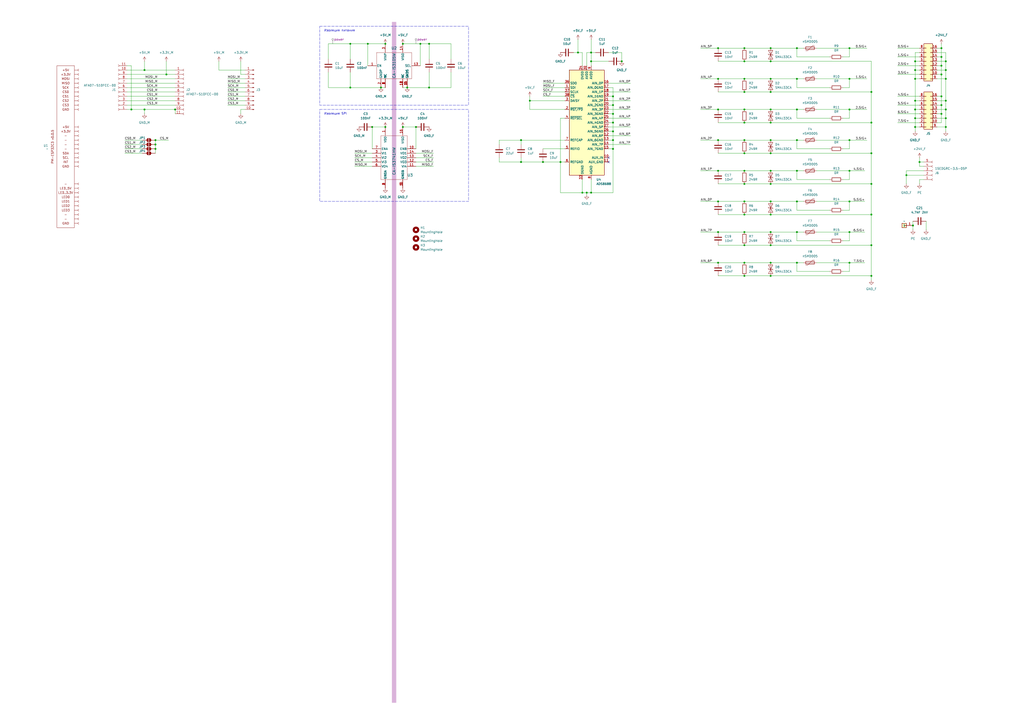
<source format=kicad_sch>
(kicad_sch (version 20231120) (generator "eeschema") (generator_version "8.0")
  (paper "A2")
  (title_block (title "${article} v${version}"))
  (junction (at 548.64 35.56))
  (junction (at 431.8 99.06))
  (junction (at 447.04 106.68))
  (junction (at 505.46 106.68))
  (junction (at 462.28 99.06))
  (junction (at 355.6 81.28))
  (junction (at 431.8 142.24))
  (junction (at 431.8 106.68))
  (junction (at 431.8 81.28))
  (junction (at 530.86 35.56))
  (junction (at 431.8 35.56))
  (junction (at 548.64 73.66))
  (junction (at 530.86 58.42))
  (junction (at 505.46 88.9))
  (junction (at 492.76 99.06))
  (junction (at 302.26 93.98))
  (junction (at 431.8 45.72))
  (junction (at 492.76 116.84))
  (junction (at 505.46 71.12))
  (junction (at 90.17 86.36))
  (junction (at 546.1 55.88))
  (junction (at 325.12 93.98))
  (junction (at 101.6 63.5))
  (junction (at 342.9 30.48))
  (junction (at 416.56 99.06))
  (junction (at 203.2 25.4))
  (junction (at 90.17 83.82))
  (junction (at 431.8 152.4))
  (junction (at 431.8 124.46))
  (junction (at 213.36 25.4))
  (junction (at 416.56 81.28))
  (junction (at 548.64 63.5))
  (junction (at 462.28 152.4))
  (junction (at 505.46 160.02))
  (junction (at 236.22 50.8))
  (junction (at 530.86 73.66))
  (junction (at 342.9 35.56))
  (junction (at 431.8 116.84))
  (junction (at 462.28 27.94))
  (junction (at 548.64 68.58))
  (junction (at 447.04 124.46))
  (junction (at 355.6 86.36))
  (junction (at 431.8 53.34))
  (junction (at 355.6 55.88))
  (junction (at 223.52 73.66))
  (junction (at 355.6 66.04))
  (junction (at 525.78 101.6))
  (junction (at 431.8 71.12))
  (junction (at 462.28 134.62))
  (junction (at 431.8 63.5))
  (junction (at 215.9 73.66))
  (junction (at 546.1 60.96))
  (junction (at 546.1 43.18))
  (junction (at 546.1 33.02))
  (junction (at 335.28 30.48))
  (junction (at 530.86 40.64))
  (junction (at 530.86 45.72))
  (junction (at 447.04 152.4))
  (junction (at 462.28 81.28))
  (junction (at 431.8 88.9))
  (junction (at 447.04 88.9))
  (junction (at 462.28 116.84))
  (junction (at 492.76 27.94))
  (junction (at 546.1 27.94))
  (junction (at 533.4 93.98))
  (junction (at 447.04 142.24))
  (junction (at 447.04 160.02))
  (junction (at 492.76 134.62))
  (junction (at 505.46 142.24))
  (junction (at 302.26 81.28))
  (junction (at 90.17 81.28))
  (junction (at 83.82 63.5))
  (junction (at 416.56 45.72))
  (junction (at 462.28 63.5))
  (junction (at 248.92 25.4))
  (junction (at 447.04 99.06))
  (junction (at 447.04 53.34))
  (junction (at 416.56 134.62))
  (junction (at 505.46 53.34))
  (junction (at 431.8 134.62))
  (junction (at 462.28 45.72))
  (junction (at 223.52 25.4))
  (junction (at 530.86 68.58))
  (junction (at 233.68 73.66))
  (junction (at 307.34 58.42))
  (junction (at 505.46 124.46))
  (junction (at 447.04 81.28))
  (junction (at 447.04 35.56))
  (junction (at 337.82 111.76))
  (junction (at 548.64 40.64))
  (junction (at 447.04 134.62))
  (junction (at 546.1 38.1))
  (junction (at 243.84 25.4))
  (junction (at 447.04 27.94))
  (junction (at 355.6 60.96))
  (junction (at 530.86 63.5))
  (junction (at 548.64 45.72))
  (junction (at 220.98 50.8))
  (junction (at 416.56 27.94))
  (junction (at 241.3 73.66))
  (junction (at 447.04 63.5))
  (junction (at 360.68 35.56))
  (junction (at 492.76 63.5))
  (junction (at 416.56 116.84))
  (junction (at 83.82 40.64))
  (junction (at 233.68 25.4))
  (junction (at 447.04 45.72))
  (junction (at 492.76 45.72))
  (junction (at 355.6 71.12))
  (junction (at 546.1 66.04))
  (junction (at 416.56 152.4))
  (junction (at 340.36 111.76))
  (junction (at 355.6 76.2))
  (junction (at 548.64 58.42))
  (junction (at 447.04 116.84))
  (junction (at 314.96 93.98))
  (junction (at 342.9 111.76))
  (junction (at 416.56 63.5))
  (junction (at 431.8 27.94))
  (junction (at 431.8 160.02))
  (junction (at 492.76 152.4))
  (junction (at 203.2 50.8))
  (junction (at 76.2 63.5))
  (junction (at 248.92 50.8))
  (junction (at 447.04 71.12))
  (junction (at 492.76 81.28))
  (junction (at 96.52 43.18))
  (junction (at 529.59 130.81))
  (no_connect (at 353.06 91.44))
  (no_connect (at 353.06 93.98))
  (wire (pts (xy 543.56 63.5) (xy 548.64 63.5)))
  (wire (pts (xy 406.4 134.62) (xy 416.56 134.62)))
  (wire (pts (xy 332.74 30.48) (xy 335.28 30.48)))
  (wire (pts (xy 261.62 34.29) (xy 261.62 25.4)))
  (wire (pts (xy 73.66 53.34) (xy 101.6 53.34)))
  (wire (pts (xy 462.28 104.14) (xy 462.28 99.06)))
  (wire (pts (xy 261.62 41.91) (xy 261.62 50.8)))
  (wire (pts (xy 307.34 63.5) (xy 307.34 58.42)))
  (wire (pts (xy 353.06 73.66) (xy 365.76 73.66)))
  (wire (pts (xy 447.04 81.28) (xy 462.28 81.28)))
  (wire (pts (xy 406.4 116.84) (xy 416.56 116.84)))
  (wire (pts (xy 447.04 99.06) (xy 462.28 99.06)))
  (wire (pts (xy 353.06 53.34) (xy 365.76 53.34)))
  (wire (pts (xy 533.4 60.96) (xy 520.7 60.96)))
  (wire (pts (xy 416.56 142.24) (xy 431.8 142.24)))
  (wire (pts (xy 139.7 63.5) (xy 139.7 66.04)))
  (wire (pts (xy 215.9 91.44) (xy 205.74 91.44)))
  (wire (pts (xy 543.56 58.42) (xy 548.64 58.42)))
  (wire (pts (xy 325.12 68.58) (xy 327.66 68.58)))
  (wire (pts (xy 431.8 134.62) (xy 447.04 134.62)))
  (wire (pts (xy 233.68 50.8) (xy 236.22 50.8)))
  (wire (pts (xy 462.28 86.36) (xy 481.33 86.36)))
  (wire (pts (xy 535.94 93.98) (xy 533.4 93.98)))
  (wire (pts (xy 406.4 99.06) (xy 416.56 99.06)))
  (wire (pts (xy 355.6 60.96) (xy 355.6 66.04)))
  (wire (pts (xy 406.4 152.4) (xy 416.56 152.4)))
  (wire (pts (xy 431.8 142.24) (xy 447.04 142.24)))
  (wire (pts (xy 543.56 43.18) (xy 546.1 43.18)))
  (wire (pts (xy 289.56 81.28) (xy 302.26 81.28)))
  (wire (pts (xy 416.56 35.56) (xy 431.8 35.56)))
  (wire (pts (xy 248.92 50.8) (xy 236.22 50.8)))
  (wire (pts (xy 447.04 88.9) (xy 505.46 88.9)))
  (wire (pts (xy 353.06 78.74) (xy 365.76 78.74)))
  (wire (pts (xy 543.56 71.12) (xy 546.1 71.12)))
  (wire (pts (xy 353.06 30.48) (xy 360.68 30.48)))
  (wire (pts (xy 546.1 25.4) (xy 546.1 27.94)))
  (wire (pts (xy 543.56 38.1) (xy 546.1 38.1)))
  (wire (pts (xy 473.71 81.28) (xy 492.76 81.28)))
  (wire (pts (xy 355.6 111.76) (xy 342.9 111.76)))
  (wire (pts (xy 342.9 35.56) (xy 353.06 35.56)))
  (wire (pts (xy 90.17 86.36) (xy 90.17 88.9)))
  (wire (pts (xy 530.86 30.48) (xy 530.86 35.56)))
  (wire (pts (xy 447.04 35.56) (xy 505.46 35.56)))
  (wire (pts (xy 76.2 63.5) (xy 83.82 63.5)))
  (wire (pts (xy 325.12 93.98) (xy 327.66 93.98)))
  (wire (pts (xy 416.56 99.06) (xy 431.8 99.06)))
  (wire (pts (xy 302.26 91.44) (xy 302.26 93.98)))
  (wire (pts (xy 215.9 96.52) (xy 205.74 96.52)))
  (wire (pts (xy 203.2 50.8) (xy 220.98 50.8)))
  (wire (pts (xy 353.06 83.82) (xy 365.76 83.82)))
  (wire (pts (xy 431.8 81.28) (xy 447.04 81.28)))
  (wire (pts (xy 139.7 43.18) (xy 142.24 43.18)))
  (wire (pts (xy 213.36 38.1) (xy 213.36 25.4)))
  (wire (pts (xy 355.6 66.04) (xy 355.6 71.12)))
  (wire (pts (xy 406.4 27.94) (xy 416.56 27.94)))
  (wire (pts (xy 530.86 45.72) (xy 530.86 58.42)))
  (wire (pts (xy 447.04 116.84) (xy 462.28 116.84)))
  (wire (pts (xy 473.71 45.72) (xy 492.76 45.72)))
  (wire (pts (xy 548.64 35.56) (xy 548.64 40.64)))
  (wire (pts (xy 83.82 40.64) (xy 73.66 40.64)))
  (wire (pts (xy 353.06 50.8) (xy 355.6 50.8)))
  (wire (pts (xy 447.04 63.5) (xy 462.28 63.5)))
  (wire (pts (xy 488.95 157.48) (xy 492.76 157.48)))
  (wire (pts (xy 73.66 48.26) (xy 101.6 48.26)))
  (wire (pts (xy 241.3 73.66) (xy 241.3 86.36)))
  (wire (pts (xy 462.28 33.02) (xy 481.33 33.02)))
  (wire (pts (xy 492.76 99.06) (xy 501.65 99.06)))
  (wire (pts (xy 447.04 124.46) (xy 505.46 124.46)))
  (wire (pts (xy 132.08 50.8) (xy 142.24 50.8)))
  (wire (pts (xy 546.1 43.18) (xy 546.1 55.88)))
  (wire (pts (xy 73.66 63.5) (xy 76.2 63.5)))
  (wire (pts (xy 525.78 101.6) (xy 525.78 106.68)))
  (wire (pts (xy 72.39 86.36) (xy 82.55 86.36)))
  (wire (pts (xy 543.56 66.04) (xy 546.1 66.04)))
  (wire (pts (xy 431.8 99.06) (xy 447.04 99.06)))
  (wire (pts (xy 353.06 58.42) (xy 365.76 58.42)))
  (wire (pts (xy 546.1 33.02) (xy 546.1 27.94)))
  (wire (pts (xy 90.17 81.28) (xy 97.79 81.28)))
  (wire (pts (xy 215.9 73.66) (xy 223.52 73.66)))
  (wire (pts (xy 535.94 104.14) (xy 533.4 104.14)))
  (wire (pts (xy 203.2 34.29) (xy 203.2 25.4)))
  (wire (pts (xy 530.86 73.66) (xy 533.4 73.66)))
  (wire (pts (xy 462.28 63.5) (xy 466.09 63.5)))
  (wire (pts (xy 83.82 63.5) (xy 101.6 63.5)))
  (wire (pts (xy 505.46 160.02) (xy 505.46 142.24)))
  (wire (pts (xy 132.08 60.96) (xy 142.24 60.96)))
  (wire (pts (xy 530.86 30.48) (xy 533.4 30.48)))
  (wire (pts (xy 342.9 22.86) (xy 342.9 30.48)))
  (wire (pts (xy 353.06 76.2) (xy 355.6 76.2)))
  (wire (pts (xy 535.94 96.52) (xy 533.4 96.52)))
  (wire (pts (xy 505.46 142.24) (xy 447.04 142.24)))
  (wire (pts (xy 462.28 86.36) (xy 462.28 81.28)))
  (wire (pts (xy 492.76 45.72) (xy 502.92 45.72)))
  (wire (pts (xy 340.36 111.76) (xy 340.36 113.03)))
  (wire (pts (xy 215.9 88.9) (xy 205.74 88.9)))
  (wire (pts (xy 73.66 50.8) (xy 101.6 50.8)))
  (wire (pts (xy 492.76 68.58) (xy 492.76 63.5)))
  (wire (pts (xy 76.2 38.1) (xy 76.2 63.5)))
  (wire (pts (xy 488.95 86.36) (xy 492.76 86.36)))
  (wire (pts (xy 241.3 88.9) (xy 251.46 88.9)))
  (wire (pts (xy 462.28 134.62) (xy 466.09 134.62)))
  (wire (pts (xy 233.68 73.66) (xy 241.3 73.66)))
  (wire (pts (xy 473.71 63.5) (xy 492.76 63.5)))
  (wire (pts (xy 533.4 66.04) (xy 520.7 66.04)))
  (wire (pts (xy 462.28 50.8) (xy 481.33 50.8)))
  (wire (pts (xy 431.8 116.84) (xy 447.04 116.84)))
  (wire (pts (xy 543.56 45.72) (xy 548.64 45.72)))
  (wire (pts (xy 416.56 53.34) (xy 431.8 53.34)))
  (wire (pts (xy 505.46 162.56) (xy 505.46 160.02)))
  (wire (pts (xy 447.04 152.4) (xy 462.28 152.4)))
  (wire (pts (xy 416.56 45.72) (xy 431.8 45.72)))
  (wire (pts (xy 96.52 35.56) (xy 96.52 43.18)))
  (wire (pts (xy 533.4 104.14) (xy 533.4 106.68)))
  (wire (pts (xy 289.56 93.98) (xy 302.26 93.98)))
  (wire (pts (xy 416.56 81.28) (xy 431.8 81.28)))
  (wire (pts (xy 520.7 38.1) (xy 533.4 38.1)))
  (wire (pts (xy 132.08 55.88) (xy 142.24 55.88)))
  (wire (pts (xy 546.1 66.04) (xy 546.1 60.96)))
  (wire (pts (xy 492.76 86.36) (xy 492.76 81.28)))
  (wire (pts (xy 203.2 25.4) (xy 213.36 25.4)))
  (wire (pts (xy 72.39 83.82) (xy 82.55 83.82)))
  (wire (pts (xy 473.71 99.06) (xy 492.76 99.06)))
  (wire (pts (xy 325.12 93.98) (xy 325.12 111.76)))
  (wire (pts (xy 530.86 45.72) (xy 533.4 45.72)))
  (wire (pts (xy 548.64 40.64) (xy 548.64 45.72)))
  (wire (pts (xy 241.3 91.44) (xy 251.46 91.44)))
  (wire (pts (xy 406.4 45.72) (xy 416.56 45.72)))
  (wire (pts (xy 90.17 81.28) (xy 90.17 83.82)))
  (wire (pts (xy 447.04 45.72) (xy 462.28 45.72)))
  (wire (pts (xy 473.71 27.94) (xy 492.76 27.94)))
  (wire (pts (xy 492.76 152.4) (xy 501.65 152.4)))
  (wire (pts (xy 220.98 50.8) (xy 223.52 50.8)))
  (wire (pts (xy 342.9 30.48) (xy 345.44 30.48)))
  (wire (pts (xy 416.56 116.84) (xy 431.8 116.84)))
  (wire (pts (xy 447.04 27.94) (xy 462.28 27.94)))
  (wire (pts (xy 72.39 81.28) (xy 82.55 81.28)))
  (wire (pts (xy 492.76 139.7) (xy 492.76 134.62)))
  (wire (pts (xy 462.28 121.92) (xy 462.28 116.84)))
  (wire (pts (xy 530.86 68.58) (xy 530.86 73.66)))
  (wire (pts (xy 548.64 45.72) (xy 548.64 58.42)))
  (wire (pts (xy 525.78 99.06) (xy 525.78 101.6)))
  (wire (pts (xy 548.64 63.5) (xy 548.64 68.58)))
  (wire (pts (xy 416.56 106.68) (xy 431.8 106.68)))
  (wire (pts (xy 314.96 53.34) (xy 327.66 53.34)))
  (wire (pts (xy 535.94 99.06) (xy 525.78 99.06)))
  (wire (pts (xy 360.68 30.48) (xy 360.68 35.56)))
  (wire (pts (xy 203.2 41.91) (xy 203.2 50.8)))
  (wire (pts (xy 548.64 58.42) (xy 548.64 63.5)))
  (wire (pts (xy 492.76 157.48) (xy 492.76 152.4)))
  (wire (pts (xy 406.4 81.28) (xy 416.56 81.28)))
  (wire (pts (xy 101.6 63.5) (xy 101.6 66.04)))
  (wire (pts (xy 307.34 63.5) (xy 327.66 63.5)))
  (wire (pts (xy 73.66 60.96) (xy 101.6 60.96)))
  (wire (pts (xy 462.28 104.14) (xy 481.33 104.14)))
  (wire (pts (xy 543.56 35.56) (xy 548.64 35.56)))
  (wire (pts (xy 462.28 27.94) (xy 466.09 27.94)))
  (wire (pts (xy 505.46 53.34) (xy 505.46 71.12)))
  (wire (pts (xy 83.82 63.5) (xy 83.82 66.04)))
  (wire (pts (xy 505.46 88.9) (xy 505.46 106.68)))
  (wire (pts (xy 530.86 35.56) (xy 533.4 35.56)))
  (wire (pts (xy 302.26 81.28) (xy 302.26 83.82)))
  (wire (pts (xy 314.96 50.8) (xy 327.66 50.8)))
  (wire (pts (xy 462.28 50.8) (xy 462.28 45.72)))
  (wire (pts (xy 190.5 50.8) (xy 203.2 50.8)))
  (wire (pts (xy 543.56 60.96) (xy 546.1 60.96)))
  (wire (pts (xy 355.6 71.12) (xy 355.6 76.2)))
  (wire (pts (xy 447.04 106.68) (xy 505.46 106.68)))
  (wire (pts (xy 492.76 50.8) (xy 492.76 45.72)))
  (wire (pts (xy 314.96 86.36) (xy 327.66 86.36)))
  (wire (pts (xy 314.96 93.98) (xy 325.12 93.98)))
  (wire (pts (xy 505.46 106.68) (xy 505.46 124.46)))
  (wire (pts (xy 462.28 68.58) (xy 481.33 68.58)))
  (wire (pts (xy 353.06 71.12) (xy 355.6 71.12)))
  (wire (pts (xy 215.9 86.36) (xy 215.9 73.66)))
  (wire (pts (xy 142.24 63.5) (xy 139.7 63.5)))
  (wire (pts (xy 447.04 71.12) (xy 505.46 71.12)))
  (wire (pts (xy 353.06 55.88) (xy 355.6 55.88)))
  (wire (pts (xy 416.56 124.46) (xy 431.8 124.46)))
  (wire (pts (xy 520.7 27.94) (xy 533.4 27.94)))
  (wire (pts (xy 353.06 66.04) (xy 355.6 66.04)))
  (wire (pts (xy 462.28 157.48) (xy 481.33 157.48)))
  (wire (pts (xy 462.28 139.7) (xy 481.33 139.7)))
  (wire (pts (xy 127 35.56) (xy 127 40.64)))
  (wire (pts (xy 462.28 81.28) (xy 466.09 81.28)))
  (wire (pts (xy 462.28 121.92) (xy 481.33 121.92)))
  (wire (pts (xy 73.66 38.1) (xy 76.2 38.1)))
  (wire (pts (xy 73.66 58.42) (xy 101.6 58.42)))
  (wire (pts (xy 546.1 38.1) (xy 546.1 33.02)))
  (wire (pts (xy 431.8 106.68) (xy 447.04 106.68)))
  (wire (pts (xy 543.56 68.58) (xy 548.64 68.58)))
  (wire (pts (xy 335.28 22.86) (xy 335.28 30.48)))
  (wire (pts (xy 530.86 35.56) (xy 530.86 40.64)))
  (wire (pts (xy 505.46 35.56) (xy 505.46 53.34)))
  (wire (pts (xy 473.71 134.62) (xy 492.76 134.62)))
  (wire (pts (xy 492.76 63.5) (xy 502.92 63.5)))
  (wire (pts (xy 353.06 60.96) (xy 355.6 60.96)))
  (wire (pts (xy 447.04 53.34) (xy 505.46 53.34)))
  (wire (pts (xy 248.92 41.91) (xy 248.92 50.8)))
  (wire (pts (xy 243.84 25.4) (xy 233.68 25.4)))
  (wire (pts (xy 416.56 27.94) (xy 431.8 27.94)))
  (wire (pts (xy 525.78 101.6) (xy 535.94 101.6)))
  (wire (pts (xy 337.82 104.14) (xy 337.82 111.76)))
  (wire (pts (xy 90.17 83.82) (xy 90.17 86.36)))
  (wire (pts (xy 548.64 68.58) (xy 548.64 73.66)))
  (wire (pts (xy 520.7 33.02) (xy 533.4 33.02)))
  (wire (pts (xy 462.28 139.7) (xy 462.28 134.62)))
  (wire (pts (xy 72.39 88.9) (xy 82.55 88.9)))
  (wire (pts (xy 355.6 76.2) (xy 355.6 81.28)))
  (wire (pts (xy 416.56 152.4) (xy 431.8 152.4)))
  (wire (pts (xy 342.9 30.48) (xy 342.9 35.56)))
  (wire (pts (xy 488.95 104.14) (xy 492.76 104.14)))
  (wire (pts (xy 431.8 124.46) (xy 447.04 124.46)))
  (wire (pts (xy 241.3 96.52) (xy 251.46 96.52)))
  (wire (pts (xy 83.82 35.56) (xy 83.82 40.64)))
  (wire (pts (xy 530.86 58.42) (xy 533.4 58.42)))
  (wire (pts (xy 530.86 68.58) (xy 533.4 68.58)))
  (wire (pts (xy 431.8 63.5) (xy 447.04 63.5)))
  (wire (pts (xy 431.8 35.56) (xy 447.04 35.56)))
  (wire (pts (xy 96.52 43.18) (xy 73.66 43.18)))
  (wire (pts (xy 314.96 48.26) (xy 327.66 48.26)))
  (wire (pts (xy 355.6 50.8) (xy 355.6 55.88)))
  (wire (pts (xy 213.36 25.4) (xy 223.52 25.4)))
  (wire (pts (xy 473.71 152.4) (xy 492.76 152.4)))
  (wire (pts (xy 492.76 81.28) (xy 502.92 81.28)))
  (wire (pts (xy 261.62 50.8) (xy 248.92 50.8)))
  (wire (pts (xy 447.04 134.62) (xy 462.28 134.62)))
  (wire (pts (xy 342.9 111.76) (xy 340.36 111.76)))
  (wire (pts (xy 462.28 68.58) (xy 462.28 63.5)))
  (wire (pts (xy 132.08 53.34) (xy 142.24 53.34)))
  (wire (pts (xy 355.6 81.28) (xy 355.6 86.36)))
  (wire (pts (xy 548.64 30.48) (xy 548.64 35.56)))
  (wire (pts (xy 492.76 33.02) (xy 492.76 27.94)))
  (wire (pts (xy 73.66 55.88) (xy 101.6 55.88)))
  (wire (pts (xy 543.56 40.64) (xy 548.64 40.64)))
  (wire (pts (xy 127 40.64) (xy 142.24 40.64)))
  (wire (pts (xy 520.7 43.18) (xy 533.4 43.18)))
  (wire (pts (xy 473.71 116.84) (xy 492.76 116.84)))
  (wire (pts (xy 353.06 86.36) (xy 355.6 86.36)))
  (wire (pts (xy 243.84 38.1) (xy 243.84 25.4)))
  (wire (pts (xy 307.34 55.88) (xy 307.34 58.42)))
  (wire (pts (xy 488.95 139.7) (xy 492.76 139.7)))
  (wire (pts (xy 462.28 116.84) (xy 466.09 116.84)))
  (wire (pts (xy 488.95 121.92) (xy 492.76 121.92)))
  (wire (pts (xy 431.8 45.72) (xy 447.04 45.72)))
  (wire (pts (xy 543.56 33.02) (xy 546.1 33.02)))
  (wire (pts (xy 533.4 93.98) (xy 533.4 91.44)))
  (wire (pts (xy 530.86 63.5) (xy 530.86 68.58)))
  (wire (pts (xy 546.1 60.96) (xy 546.1 55.88)))
  (wire (pts (xy 520.7 55.88) (xy 533.4 55.88)))
  (wire (pts (xy 355.6 55.88) (xy 355.6 60.96)))
  (wire (pts (xy 132.08 48.26) (xy 142.24 48.26)))
  (wire (pts (xy 505.46 124.46) (xy 505.46 142.24)))
  (wire (pts (xy 190.5 41.91) (xy 190.5 50.8)))
  (wire (pts (xy 302.26 93.98) (xy 314.96 93.98)))
  (wire (pts (xy 530.86 40.64) (xy 530.86 45.72)))
  (wire (pts (xy 529.59 130.81) (xy 529.59 133.35)))
  (wire (pts (xy 353.06 63.5) (xy 365.76 63.5)))
  (wire (pts (xy 431.8 88.9) (xy 447.04 88.9)))
  (wire (pts (xy 546.1 43.18) (xy 546.1 38.1)))
  (wire (pts (xy 248.92 34.29) (xy 248.92 25.4)))
  (wire (pts (xy 492.76 134.62) (xy 501.65 134.62)))
  (wire (pts (xy 431.8 27.94) (xy 447.04 27.94)))
  (wire (pts (xy 325.12 68.58) (xy 325.12 93.98)))
  (wire (pts (xy 139.7 35.56) (xy 139.7 43.18)))
  (wire (pts (xy 248.92 25.4) (xy 243.84 25.4)))
  (wire (pts (xy 548.64 73.66) (xy 548.64 76.2)))
  (wire (pts (xy 537.21 128.27) (xy 537.21 133.35)))
  (wire (pts (xy 492.76 27.94) (xy 502.92 27.94)))
  (wire (pts (xy 431.8 160.02) (xy 447.04 160.02)))
  (wire (pts (xy 488.95 68.58) (xy 492.76 68.58)))
  (wire (pts (xy 488.95 33.02) (xy 492.76 33.02)))
  (wire (pts (xy 215.9 93.98) (xy 205.74 93.98)))
  (wire (pts (xy 530.86 58.42) (xy 530.86 63.5)))
  (wire (pts (xy 241.3 93.98) (xy 251.46 93.98)))
  (wire (pts (xy 261.62 25.4) (xy 248.92 25.4)))
  (wire (pts (xy 335.28 30.48) (xy 337.82 30.48)))
  (wire (pts (xy 340.36 38.1) (xy 340.36 30.48)))
  (wire (pts (xy 462.28 33.02) (xy 462.28 27.94)))
  (wire (pts (xy 289.56 91.44) (xy 289.56 93.98)))
  (wire (pts (xy 73.66 45.72) (xy 101.6 45.72)))
  (wire (pts (xy 529.59 128.27) (xy 529.59 130.81)))
  (wire (pts (xy 543.56 73.66) (xy 548.64 73.66)))
  (wire (pts (xy 342.9 30.48) (xy 340.36 30.48)))
  (wire (pts (xy 416.56 63.5) (xy 431.8 63.5)))
  (wire (pts (xy 546.1 27.94) (xy 543.56 27.94)))
  (wire (pts (xy 462.28 157.48) (xy 462.28 152.4)))
  (wire (pts (xy 132.08 58.42) (xy 142.24 58.42)))
  (wire (pts (xy 416.56 88.9) (xy 431.8 88.9)))
  (wire (pts (xy 462.28 99.06) (xy 466.09 99.06)))
  (wire (pts (xy 431.8 53.34) (xy 447.04 53.34)))
  (wire (pts (xy 416.56 134.62) (xy 431.8 134.62)))
  (wire (pts (xy 462.28 152.4) (xy 466.09 152.4)))
  (wire (pts (xy 431.8 152.4) (xy 447.04 152.4)))
  (wire (pts (xy 462.28 45.72) (xy 466.09 45.72)))
  (wire (pts (xy 492.76 116.84) (xy 501.65 116.84)))
  (wire (pts (xy 342.9 104.14) (xy 342.9 111.76)))
  (wire (pts (xy 337.82 111.76) (xy 325.12 111.76)))
  (wire (pts (xy 353.06 68.58) (xy 365.76 68.58)))
  (wire (pts (xy 530.86 73.66) (xy 530.86 76.2)))
  (wire (pts (xy 289.56 81.28) (xy 289.56 83.82)))
  (wire (pts (xy 132.08 45.72) (xy 142.24 45.72)))
  (wire (pts (xy 340.36 111.76) (xy 337.82 111.76)))
  (wire (pts (xy 83.82 40.64) (xy 101.6 40.64)))
  (wire (pts (xy 543.56 30.48) (xy 548.64 30.48)))
  (wire (pts (xy 416.56 71.12) (xy 431.8 71.12)))
  (wire (pts (xy 307.34 58.42) (xy 327.66 58.42)))
  (wire (pts (xy 406.4 63.5) (xy 416.56 63.5)))
  (wire (pts (xy 355.6 86.36) (xy 355.6 111.76)))
  (wire (pts (xy 353.06 48.26) (xy 365.76 48.26)))
  (wire (pts (xy 530.86 40.64) (xy 533.4 40.64)))
  (wire (pts (xy 492.76 104.14) (xy 492.76 99.06)))
  (wire (pts (xy 342.9 38.1) (xy 342.9 35.56)))
  (wire (pts (xy 543.56 55.88) (xy 546.1 55.88)))
  (wire (pts (xy 492.76 121.92) (xy 492.76 116.84)))
  (wire (pts (xy 488.95 50.8) (xy 492.76 50.8)))
  (wire (pts (xy 302.26 81.28) (xy 327.66 81.28)))
  (wire (pts (xy 314.96 55.88) (xy 327.66 55.88)))
  (wire (pts (xy 533.4 96.52) (xy 533.4 93.98)))
  (wire (pts (xy 416.56 160.02) (xy 431.8 160.02)))
  (wire (pts (xy 447.04 160.02) (xy 505.46 160.02)))
  (wire (pts (xy 353.06 81.28) (xy 355.6 81.28)))
  (wire (pts (xy 505.46 71.12) (xy 505.46 88.9)))
  (wire (pts (xy 530.86 63.5) (xy 533.4 63.5)))
  (wire (pts (xy 533.4 71.12) (xy 520.7 71.12)))
  (wire (pts (xy 190.5 34.29) (xy 190.5 25.4)))
  (wire (pts (xy 546.1 71.12) (xy 546.1 66.04)))
  (wire (pts (xy 431.8 71.12) (xy 447.04 71.12)))
  (wire (pts (xy 190.5 25.4) (xy 203.2 25.4)))
  (wire (pts (xy 96.52 43.18) (xy 101.6 43.18)))
  (wire (pts (xy 337.82 30.48) (xy 337.82 38.1)))
  (rectangle (start 185.42 63.5) (end 271.78 116.84) (stroke (width 0) (type dash)))
  (rectangle (start 185.42 15.24) (end 271.78 60.96) (stroke (width 0) (type dash)))
  (rectangle (start 227.33 12.7) (end 229.87 407.67) (stroke (width -0.0001) (type dot) (color 72 0 0 0.68)) (fill (type color) (color 132 0 132 0.3)))
  (text "Изоляция SPI" (at 187.96 66.04 0) (effects (font (size 1.27 1.27)) (justify left)))
  (text "Изоляция питания" (at 187.96 17.78 0) (effects (font (size 1.27 1.27)) (justify left)))
  (label "2.SIG+" (at 520.7 38.1 0))
  (label "4.SIG+" (at 501.65 99.06 180))
  (label "CS_M" (at 97.79 81.28 180))
  (label "MOSI_M" (at 91.44 45.72 180))
  (label "CS3_M" (at 91.44 60.96 180))
  (label "CS1_M" (at 91.44 55.88 180))
  (label "SCK_F" (at 314.96 53.34 0))
  (label "AIN_1P" (at 365.76 53.34 180))
  (label "AIN_0P" (at 365.76 48.26 180))
  (label "1.SIG+" (at 502.92 45.72 180))
  (label "SCK_F" (at 251.46 91.44 180))
  (label "AIN_6P" (at 406.4 152.4 0))
  (label "MISO_F" (at 314.96 48.26 0))
  (label "CS2_M" (at 132.08 58.42 0))
  (label "SCK_M" (at 205.74 91.44 0))
  (label "SCK_M" (at 132.08 50.8 0))
  (label "CS0_M" (at 91.44 53.34 180))
  (label "CS1_M" (at 72.39 83.82 0))
  (label "AIN_1P" (at 406.4 99.06 0))
  (label "AIN_7P" (at 406.4 134.62 0))
  (label "AIN_3P" (at 365.76 63.5 180))
  (label "MISO_M" (at 132.08 48.26 0))
  (label "AIN_2P" (at 406.4 81.28 0))
  (label "5.SIG+" (at 520.7 60.96 0))
  (label "0.SIG+" (at 502.92 27.94 180))
  (label "MISO_M" (at 205.74 96.52 0))
  (label "AIN_4P" (at 365.76 68.58 180))
  (label "CS2_M" (at 72.39 86.36 0))
  (label "MISO_M" (at 91.44 48.26 180))
  (label "6.SIG+" (at 520.7 66.04 0))
  (label "AIN_2P" (at 365.76 58.42 180))
  (label "CS1_M" (at 132.08 55.88 0))
  (label "CS0_M" (at 72.39 81.28 0))
  (label "MOSI_M" (at 205.74 88.9 0))
  (label "5.SIG+" (at 501.65 116.84 180))
  (label "3.SIG+" (at 520.7 43.18 0))
  (label "MOSI_F" (at 251.46 88.9 180))
  (label "6.SIG+" (at 501.65 134.62 180))
  (label "AIN_7P" (at 365.76 83.82 180))
  (label "MISO_F" (at 251.46 96.52 180))
  (label "AIN_5P" (at 406.4 27.94 0))
  (label "MOSI_F" (at 314.96 50.8 0))
  (label "AIN_6P" (at 365.76 78.74 180))
  (label "7.SIG+" (at 501.65 152.4 180))
  (label "7.SIG+" (at 520.7 71.12 0))
  (label "CS3_M" (at 72.39 88.9 0))
  (label "4.SIG+" (at 520.7 55.88 0))
  (label "1.SIG+" (at 520.7 33.02 0))
  (label "CS_M" (at 205.74 93.98 0))
  (label "CS3_M" (at 132.08 60.96 0))
  (label "SCK_M" (at 91.44 50.8 180))
  (label "AIN_0P" (at 406.4 116.84 0))
  (label "MOSI_M" (at 132.08 45.72 0))
  (label "3.SIG+" (at 502.92 81.28 180))
  (label "2.SIG+" (at 502.92 63.5 180))
  (label "AIN_5P" (at 365.76 73.66 180))
  (label "0.SIG+" (at 520.7 27.94 0))
  (label "CS2_M" (at 91.44 58.42 180))
  (label "CS_F" (at 314.96 55.88 0))
  (label "AIN_4P" (at 406.4 45.72 0))
  (label "CS0_M" (at 132.08 53.34 0))
  (label "CS_F" (at 251.46 93.98 180))
  (label "AIN_3P" (at 406.4 63.5 0))
  (netclass_flag "" (length 2.54) (shape round) (at 193.04 25.4 0) (property "Netclass" "power" (at 193.7385 22.86 0) (effects (font (italic yes)) (justify left))))
  (netclass_flag "" (length 2.54) (shape round) (at 241.3 25.4 0) (property "Netclass" "power" (at 241.9985 22.86 0) (effects (font (italic yes)) (justify left))))
  (symbol (lib_id "power:+5V") (at 307.34 55.88 0) (unit 1)
    (property "Reference" "#PWR017" (effects (hide yes)))
    (property "Value" "+5V_F" (at 307.34 50.8 0))
    (property "Description" "Power symbol creates a global label with name \"+5V\"" (effects (hide yes)))
  )
  (symbol (lib_id "kicad_inventree_lib:PE") (at 524.51 130.81 180) (unit 1) (in_bom no)
    (property "Reference" "D9" (effects (hide yes)))
    (property "Value" "~" (at 524.51 128.27 0))
    (property "Footprint" "kicad_inventree_lib:PE" (effects (hide yes)))
  )
  (symbol (lib_id "kicad_inventree_lib:SMAJ33CA") (at 447.04 31.75 90) (unit 1)
    (property "Reference" "D1" (at 449.58 30.4799 90) (effects (justify right)))
    (property "Value" "SMAJ33CA" (at 449.58 33.0199 90) (effects (justify right)))
    (property "Footprint" "kicad_inventree_lib:SMASeries_LTF-M" (effects (hide yes)))
    (property "Datasheet" "http://inventree.network/part/123/" (effects (hide yes)))
    (property "Description" "7.5A 400W 53.3V 40.6V 33V SMA(DO-214AC) ESD and Surge Protection (TVS/ESD)" (effects (hide yes)))
    (property "part_ipn" "SMAJ33CA" (effects (hide yes)))
  )
  (symbol (lib_id "kicad_inventree_lib:C_100nF_16V_0603_MLCC-X7R") (at 245.11 73.66 90) (unit 1)
    (property "Reference" "C4" (at 245.11 66.04 90))
    (property "Value" "100nF" (at 245.11 68.58 90))
    (property "Footprint" "Capacitor_SMD:C_0603_1608Metric" (effects (hide yes)))
    (property "Datasheet" "http://inventree.network/part/221" (effects (hide yes)))
    (property "Description" "Unpolarized capacitor" (effects (hide yes)))
    (property "part_ipn" "C_100nF_16V_0603_MLCC-X7R" (effects (hide yes)))
  )
  (symbol (lib_id "kicad_inventree_lib:nSMD005") (at 469.9 45.72 90) (unit 1)
    (property "Reference" "F2" (at 469.9 39.37 90))
    (property "Value" "nSMD005" (at 469.9 41.91 90))
    (property "Footprint" "Fuse:Fuse_1206_3216Metric" (effects (hide yes)))
    (property "Datasheet" "http://inventree.network/part/267/" (effects (hide yes)))
    (property "Description" "Resettable fuse, polymeric positive temperature coefficient" (effects (hide yes)))
    (property "part_ipn" "nSMD005" (effects (hide yes)))
  )
  (symbol (lib_id "power:GND") (at 530.86 76.2 0) (unit 1)
    (property "Reference" "#PWR026" (effects (hide yes)))
    (property "Value" "GND_F" (at 530.86 81.28 0))
    (property "Description" "Power symbol creates a global label with name \"GND\" , ground" (effects (hide yes)))
  )
  (symbol (lib_id "kicad_inventree_lib:R_249R_1206_0.1%_25ppm") (at 431.8 138.43 0) (unit 1)
    (property "Reference" "R7" (at 434.34 137.1599 0) (effects (justify left)))
    (property "Value" "249R" (at 434.34 139.6999 0) (effects (justify left)))
    (property "Footprint" "Resistor_SMD:R_1206_3216Metric" (effects (hide yes)))
    (property "Datasheet" "http://inventree.network/part/269/" (effects (hide yes)))
    (property "Description" "Resistor" (effects (hide yes)))
    (property "part_ipn" "R_249R_1206_0.1%_25ppm " (effects (hide yes)))
  )
  (symbol (lib_id "power:GND") (at 505.46 162.56 0) (unit 1)
    (property "Reference" "#PWR023" (effects (hide yes)))
    (property "Value" "GND_F" (at 505.46 167.64 0))
    (property "Description" "Power symbol creates a global label with name \"GND\" , ground" (effects (hide yes)))
  )
  (symbol (lib_id "kicad_inventree_lib: C_1uF_16V_0603_MLCC-X7R ") (at 356.87 35.56 90) (unit 1)
    (property "Reference" "C12" (at 356.87 27.94 90))
    (property "Value" "1uF" (at 356.87 30.48 90))
    (property "Footprint" "Capacitor_SMD:C_0603_1608Metric" (effects (hide yes)))
    (property "Datasheet" "http://inventree.network/part/227/" (effects (hide yes)))
    (property "Description" "Unpolarized capacitor" (effects (hide yes)))
    (property "part_ipn" " C_1uF_16V_0603_MLCC-X7R " (effects (hide yes)))
  )
  (symbol (lib_id "kicad_inventree_lib:C_10nF_50V_0603_MLCC-C0G") (at 416.56 67.31 0) (unit 1)
    (property "Reference" "C15" (at 420.37 66.0399 0) (effects (justify left)))
    (property "Value" "10nF" (at 420.37 68.5799 0) (effects (justify left)))
    (property "Footprint" "Capacitor_SMD:C_0603_1608Metric" (effects (hide yes)))
    (property "Datasheet" "http://inventree.network/part/266/" (effects (hide yes)))
    (property "Description" "Unpolarized capacitor" (effects (hide yes)))
    (property "part_ipn" "C_10nF_50V_0603_MLCC-C0G" (effects (hide yes)))
  )
  (symbol (lib_id "kicad_inventree_lib:R_249R_1206_0.1%_25ppm") (at 431.8 85.09 0) (unit 1)
    (property "Reference" "R4" (at 434.34 83.8199 0) (effects (justify left)))
    (property "Value" "249R" (at 434.34 86.3599 0) (effects (justify left)))
    (property "Footprint" "Resistor_SMD:R_1206_3216Metric" (effects (hide yes)))
    (property "Datasheet" "http://inventree.network/part/269/" (effects (hide yes)))
    (property "Description" "Resistor" (effects (hide yes)))
    (property "part_ipn" "R_249R_1206_0.1%_25ppm " (effects (hide yes)))
  )
  (symbol (lib_id "power:GND") (at 533.4 106.68 0) (unit 1)
    (property "Reference" "#PWR028" (effects (hide yes)))
    (property "Value" "PE" (at 533.4 111.76 0))
    (property "Description" "Power symbol creates a global label with name \"GND\" , ground" (effects (hide yes)))
  )
  (symbol (lib_id "kicad_inventree_lib:CA-IS3105W") (at 228.6 30.48 0) (unit 1)
    (property "Reference" "U2" (at 228.6 27.94 0) (effects (font (size 1.524 1.524))))
    (property "Value" "CA-IS3105W" (at 228.6 38.1 90) (effects (font (size 1.524 1.524))))
    (property "Footprint" "kicad_inventree_lib:SOIC16-WBW_CLG-M" (effects (hide yes)))
    (property "Datasheet" "http://inventree.network/part/205/" (effects (hide yes)))
    (property "part_ipn" "CA-IS3105W" (effects (hide yes)))
  )
  (symbol (lib_id "power:GND") (at 223.52 109.22 0) (unit 1)
    (property "Reference" "#PWR011" (effects (hide yes)))
    (property "Value" "GND_M" (at 223.52 114.3 0))
    (property "Description" "Power symbol creates a global label with name \"GND\" , ground" (effects (hide yes)))
  )
  (symbol (lib_id "power:GND") (at 548.64 76.2 0) (unit 1)
    (property "Reference" "#PWR031" (effects (hide yes)))
    (property "Value" "GND_F" (at 548.64 81.28 0))
    (property "Description" "Power symbol creates a global label with name \"GND\" , ground" (effects (hide yes)))
  )
  (symbol (lib_id "power:+3.3V") (at 127 35.56 0) (mirror y) (unit 1)
    (property "Reference" "#PWR04" (effects (hide yes)))
    (property "Value" "+5V_M" (at 127 30.48 0))
    (property "Description" "Power symbol creates a global label with name \"+3.3V\"" (effects (hide yes)))
  )
  (symbol (lib_id "kicad_inventree_lib:SMAJ33CA") (at 447.04 67.31 90) (unit 1)
    (property "Reference" "D3" (at 449.58 66.0399 90) (effects (justify right)))
    (property "Value" "SMAJ33CA" (at 449.58 68.5799 90) (effects (justify right)))
    (property "Footprint" "kicad_inventree_lib:SMASeries_LTF-M" (effects (hide yes)))
    (property "Datasheet" "http://inventree.network/part/123/" (effects (hide yes)))
    (property "Description" "7.5A 400W 53.3V 40.6V 33V SMA(DO-214AC) ESD and Surge Protection (TVS/ESD)" (effects (hide yes)))
    (property "part_ipn" "SMAJ33CA" (effects (hide yes)))
  )
  (symbol (lib_id "kicad_inventree_lib:R_249R_1206_0.1%_25ppm") (at 431.8 49.53 0) (unit 1)
    (property "Reference" "R2" (at 434.34 48.2599 0) (effects (justify left)))
    (property "Value" "249R" (at 434.34 50.7999 0) (effects (justify left)))
    (property "Footprint" "Resistor_SMD:R_1206_3216Metric" (effects (hide yes)))
    (property "Datasheet" "http://inventree.network/part/269/" (effects (hide yes)))
    (property "Description" "Resistor" (effects (hide yes)))
    (property "part_ipn" "R_249R_1206_0.1%_25ppm " (effects (hide yes)))
  )
  (symbol (lib_id "kicad_inventree_lib:R_249R_1206_0.1%_25ppm") (at 431.8 120.65 0) (unit 1)
    (property "Reference" "R6" (at 434.34 119.3799 0) (effects (justify left)))
    (property "Value" "249R" (at 434.34 121.9199 0) (effects (justify left)))
    (property "Footprint" "Resistor_SMD:R_1206_3216Metric" (effects (hide yes)))
    (property "Datasheet" "http://inventree.network/part/269/" (effects (hide yes)))
    (property "Description" "Resistor" (effects (hide yes)))
    (property "part_ipn" "R_249R_1206_0.1%_25ppm " (effects (hide yes)))
  )
  (symbol (lib_id "power:+5V") (at 335.28 22.86 0) (unit 1)
    (property "Reference" "#PWR019" (effects (hide yes)))
    (property "Value" "+5V_F" (at 335.28 17.78 0))
    (property "Description" "Power symbol creates a global label with name \"+5V\"" (effects (hide yes)))
  )
  (symbol (lib_id "kicad_inventree_lib:R_0R_1206_1%") (at 485.14 68.58 90) (unit 1) (on_board no)
    (property "Reference" "R11" (at 485.14 62.23 90))
    (property "Value" "0R" (at 485.14 64.77 90))
    (property "Footprint" "Resistor_SMD:R_1206_3216Metric" (effects (hide yes)))
    (property "Datasheet" "http://inventree.network/part/268/" (effects (hide yes)))
    (property "Description" "Resistor" (effects (hide yes)))
    (property "part_ipn" "R_0R_1206_1%" (effects (hide yes)))
  )
  (symbol (lib_id "power:+3.3V") (at 83.82 35.56 0) (mirror y) (unit 1)
    (property "Reference" "#PWR01" (effects (hide yes)))
    (property "Value" "+5V_M" (at 83.82 30.48 0))
    (property "Description" "Power symbol creates a global label with name \"+3.3V\"" (effects (hide yes)))
  )
  (symbol (lib_id "kicad_inventree_lib:15EDGRHC-THR-3.5-16P") (at 538.48 66.04 0) (mirror x) (unit 1)
    (property "Reference" "J5" (at 538.48 77.47 0))
    (property "Value" "15EDGRHC-THR-3.5-16P" (effects (hide yes)))
    (property "Footprint" "kicad_inventree_lib:15EDGRHC-THR-3.5-16P" (effects (hide yes)))
    (property "Datasheet" "http://inventree.network/part/265/" (effects (hide yes)))
    (property "part_ipn" "15EDGRHC-THR-3.5-16P" (effects (hide yes)))
  )
  (symbol (lib_id "kicad_inventree_lib:nSMD005") (at 469.9 81.28 90) (unit 1)
    (property "Reference" "F4" (at 469.9 74.93 90))
    (property "Value" "nSMD005" (at 469.9 77.47 90))
    (property "Footprint" "Fuse:Fuse_1206_3216Metric" (effects (hide yes)))
    (property "Datasheet" "http://inventree.network/part/267/" (effects (hide yes)))
    (property "Description" "Resettable fuse, polymeric positive temperature coefficient" (effects (hide yes)))
    (property "part_ipn" "nSMD005" (effects (hide yes)))
  )
  (symbol (lib_id "power:+5V") (at 233.68 73.66 0) (unit 1)
    (property "Reference" "#PWR013" (effects (hide yes)))
    (property "Value" "+5V_F" (at 233.68 68.58 0))
    (property "Description" "Power symbol creates a global label with name \"+5V\"" (effects (hide yes)))
  )
  (symbol (lib_id "power:GND") (at 360.68 35.56 0) (unit 1)
    (property "Reference" "#PWR022" (effects (hide yes)))
    (property "Value" "GND_F" (at 360.68 40.64 0))
    (property "Description" "Power symbol creates a global label with name \"GND\" , ground" (effects (hide yes)))
  )
  (symbol (lib_id "kicad_inventree_lib:R_0R_1206_1%") (at 485.14 139.7 90) (unit 1) (on_board no)
    (property "Reference" "R15" (at 485.14 133.35 90))
    (property "Value" "0R" (at 485.14 135.89 90))
    (property "Footprint" "Resistor_SMD:R_1206_3216Metric" (effects (hide yes)))
    (property "Datasheet" "http://inventree.network/part/268/" (effects (hide yes)))
    (property "Description" "Resistor" (effects (hide yes)))
    (property "part_ipn" "R_0R_1206_1%" (effects (hide yes)))
  )
  (symbol (lib_id "power:GND") (at 340.36 113.03 0) (unit 1)
    (property "Reference" "#PWR020" (effects (hide yes)))
    (property "Value" "GND_F" (at 340.36 118.11 0))
    (property "Description" "Power symbol creates a global label with name \"GND\" , ground" (effects (hide yes)))
  )
  (symbol (lib_id "kicad_inventree_lib:R_249R_1206_0.1%_25ppm") (at 431.8 156.21 0) (unit 1)
    (property "Reference" "R8" (at 434.34 154.9399 0) (effects (justify left)))
    (property "Value" "249R" (at 434.34 157.4799 0) (effects (justify left)))
    (property "Footprint" "Resistor_SMD:R_1206_3216Metric" (effects (hide yes)))
    (property "Datasheet" "http://inventree.network/part/269/" (effects (hide yes)))
    (property "Description" "Resistor" (effects (hide yes)))
    (property "part_ipn" "R_249R_1206_0.1%_25ppm " (effects (hide yes)))
  )
  (symbol (lib_id "kicad_inventree_lib:C_10uF_16V_0805_MLCC-X7R") (at 261.62 38.1 0) (unit 1)
    (property "Reference" "C6" (at 265.43 36.8299 0) (effects (justify left)))
    (property "Value" "10uF" (at 265.43 39.3699 0) (effects (justify left)))
    (property "Footprint" "Capacitor_SMD:C_0805_2012Metric" (effects (hide yes)))
    (property "Datasheet" "http://inventree.network/part/271/" (effects (hide yes)))
    (property "Description" "Unpolarized capacitor" (effects (hide yes)))
    (property "part_ipn" "C_10uF_16V_0805_MLCC-X7R" (effects (hide yes)))
  )
  (symbol (lib_id "kicad_inventree_lib:nSMD005") (at 469.9 99.06 90) (unit 1)
    (property "Reference" "F5" (at 469.9 92.71 90))
    (property "Value" "nSMD005" (at 469.9 95.25 90))
    (property "Footprint" "Fuse:Fuse_1206_3216Metric" (effects (hide yes)))
    (property "Datasheet" "http://inventree.network/part/267/" (effects (hide yes)))
    (property "Description" "Resettable fuse, polymeric positive temperature coefficient" (effects (hide yes)))
    (property "part_ipn" "nSMD005" (effects (hide yes)))
  )
  (symbol (lib_id "Analog_ADC:ADS8688") (at 340.36 71.12 0) (mirror y) (unit 1)
    (property "Reference" "U4" (at 345.9165 104.14 0) (effects (justify right)))
    (property "Value" "ADS8688" (at 345.9165 106.68 0) (effects (justify right)))
    (property "Footprint" "Package_SO:TSSOP-38_4.4x9.7mm_P0.5mm" (effects (hide yes)))
    (property "Datasheet" "http://www.ti.com/lit/ds/symlink/ads8688.pdf" (effects (hide yes)))
    (property "Description" "16-Bit, 500-kSPS, 8-Channels, Single-Supply, SAR ADC with Bipolar Input Range, TSSOP-38" (effects (hide yes)))
  )
  (symbol (lib_id "power:GND") (at 537.21 133.35 0) (unit 1)
    (property "Reference" "#PWR029" (effects (hide yes)))
    (property "Value" "GND_F" (at 537.21 138.43 0))
    (property "Description" "Power symbol creates a global label with name \"GND\" , ground" (effects (hide yes)))
  )
  (symbol (lib_id "kicad_inventree_lib:SMAJ33CA") (at 447.04 156.21 90) (unit 1)
    (property "Reference" "D8" (at 449.58 154.9399 90) (effects (justify right)))
    (property "Value" "SMAJ33CA" (at 449.58 157.4799 90) (effects (justify right)))
    (property "Footprint" "kicad_inventree_lib:SMASeries_LTF-M" (effects (hide yes)))
    (property "Datasheet" "http://inventree.network/part/123/" (effects (hide yes)))
    (property "Description" "7.5A 400W 53.3V 40.6V 33V SMA(DO-214AC) ESD and Surge Protection (TVS/ESD)" (effects (hide yes)))
    (property "part_ipn" "SMAJ33CA" (effects (hide yes)))
  )
  (symbol (lib_id "power:+5V") (at 342.9 22.86 0) (unit 1)
    (property "Reference" "#PWR021" (effects (hide yes)))
    (property "Value" "+5V_F" (at 342.9 17.78 0))
    (property "Description" "Power symbol creates a global label with name \"+5V\"" (effects (hide yes)))
  )
  (symbol (lib_id "kicad_inventree_lib:nSMD005") (at 469.9 116.84 90) (unit 1)
    (property "Reference" "F6" (at 469.9 110.49 90))
    (property "Value" "nSMD005" (at 469.9 113.03 90))
    (property "Footprint" "Fuse:Fuse_1206_3216Metric" (effects (hide yes)))
    (property "Datasheet" "http://inventree.network/part/267/" (effects (hide yes)))
    (property "Description" "Resettable fuse, polymeric positive temperature coefficient" (effects (hide yes)))
    (property "part_ipn" "nSMD005" (effects (hide yes)))
  )
  (symbol (lib_id "kicad_inventree_lib:C_10nF_50V_0603_MLCC-C0G") (at 416.56 49.53 0) (unit 1)
    (property "Reference" "C14" (at 420.37 48.2599 0) (effects (justify left)))
    (property "Value" "10nF" (at 420.37 50.7999 0) (effects (justify left)))
    (property "Footprint" "Capacitor_SMD:C_0603_1608Metric" (effects (hide yes)))
    (property "Datasheet" "http://inventree.network/part/266/" (effects (hide yes)))
    (property "Description" "Unpolarized capacitor" (effects (hide yes)))
    (property "part_ipn" "C_10nF_50V_0603_MLCC-C0G" (effects (hide yes)))
  )
  (symbol (lib_id "kicad_inventree_lib:SMAJ33CA") (at 447.04 102.87 90) (unit 1)
    (property "Reference" "D5" (at 449.58 101.5999 90) (effects (justify right)))
    (property "Value" "SMAJ33CA" (at 449.58 104.1399 90) (effects (justify right)))
    (property "Footprint" "kicad_inventree_lib:SMASeries_LTF-M" (effects (hide yes)))
    (property "Datasheet" "http://inventree.network/part/123/" (effects (hide yes)))
    (property "Description" "7.5A 400W 53.3V 40.6V 33V SMA(DO-214AC) ESD and Surge Protection (TVS/ESD)" (effects (hide yes)))
    (property "part_ipn" "SMAJ33CA" (effects (hide yes)))
  )
  (symbol (lib_id "Jumper:SolderJumper_2_Open") (at 86.36 83.82 0) (unit 1) (exclude_from_sim yes) (in_bom no)
    (property "Reference" "JP2" (at 82.55 82.55 0))
    (property "Value" "SolderJumper_2_Open" (effects (hide yes)))
    (property "Footprint" "Jumper:SolderJumper-2_P1.3mm_Open_RoundedPad1.0x1.5mm" (effects (hide yes)))
    (property "Description" "Solder Jumper, 2-pole, open" (effects (hide yes)))
  )
  (symbol (lib_id "kicad_inventree_lib:SMAJ33CA") (at 447.04 49.53 90) (unit 1)
    (property "Reference" "D2" (at 449.58 48.2599 90) (effects (justify right)))
    (property "Value" "SMAJ33CA" (at 449.58 50.7999 90) (effects (justify right)))
    (property "Footprint" "kicad_inventree_lib:SMASeries_LTF-M" (effects (hide yes)))
    (property "Datasheet" "http://inventree.network/part/123/" (effects (hide yes)))
    (property "Description" "7.5A 400W 53.3V 40.6V 33V SMA(DO-214AC) ESD and Surge Protection (TVS/ESD)" (effects (hide yes)))
    (property "part_ipn" "SMAJ33CA" (effects (hide yes)))
  )
  (symbol (lib_id "power:+3.3V") (at 139.7 35.56 0) (mirror y) (unit 1)
    (property "Reference" "#PWR05" (effects (hide yes)))
    (property "Value" "+3.3V_M" (at 139.7 30.48 0))
    (property "Description" "Power symbol creates a global label with name \"+3.3V\"" (effects (hide yes)))
  )
  (symbol (lib_id "kicad_inventree_lib:nSMD005") (at 469.9 152.4 90) (unit 1)
    (property "Reference" "F8" (at 469.9 146.05 90))
    (property "Value" "nSMD005" (at 469.9 148.59 90))
    (property "Footprint" "Fuse:Fuse_1206_3216Metric" (effects (hide yes)))
    (property "Datasheet" "http://inventree.network/part/267/" (effects (hide yes)))
    (property "Description" "Resettable fuse, polymeric positive temperature coefficient" (effects (hide yes)))
    (property "part_ipn" "nSMD005" (effects (hide yes)))
  )
  (symbol (lib_id "kicad_inventree_lib:C_10nF_50V_0603_MLCC-C0G") (at 416.56 138.43 0) (unit 1)
    (property "Reference" "C19" (at 420.37 137.1599 0) (effects (justify left)))
    (property "Value" "10nF" (at 420.37 139.6999 0) (effects (justify left)))
    (property "Footprint" "Capacitor_SMD:C_0603_1608Metric" (effects (hide yes)))
    (property "Datasheet" "http://inventree.network/part/266/" (effects (hide yes)))
    (property "Description" "Unpolarized capacitor" (effects (hide yes)))
    (property "part_ipn" "C_10nF_50V_0603_MLCC-C0G" (effects (hide yes)))
  )
  (symbol (lib_id "kicad_inventree_lib:R_0R_1206_1%") (at 485.14 33.02 90) (unit 1) (on_board no)
    (property "Reference" "R9" (at 485.14 26.67 90))
    (property "Value" "0R" (at 485.14 29.21 90))
    (property "Footprint" "Resistor_SMD:R_1206_3216Metric" (effects (hide yes)))
    (property "Datasheet" "http://inventree.network/part/268/" (effects (hide yes)))
    (property "Description" "Resistor" (effects (hide yes)))
    (property "part_ipn" "R_0R_1206_1%" (effects (hide yes)))
  )
  (symbol (lib_id "kicad_inventree_lib:SMAJ33CA") (at 447.04 138.43 90) (unit 1)
    (property "Reference" "D7" (at 449.58 137.1599 90) (effects (justify right)))
    (property "Value" "SMAJ33CA" (at 449.58 139.6999 90) (effects (justify right)))
    (property "Footprint" "kicad_inventree_lib:SMASeries_LTF-M" (effects (hide yes)))
    (property "Datasheet" "http://inventree.network/part/123/" (effects (hide yes)))
    (property "Description" "7.5A 400W 53.3V 40.6V 33V SMA(DO-214AC) ESD and Surge Protection (TVS/ESD)" (effects (hide yes)))
    (property "part_ipn" "SMAJ33CA" (effects (hide yes)))
  )
  (symbol (lib_id "kicad_inventree_lib:R_0R_1206_1%") (at 485.14 157.48 90) (unit 1) (on_board no)
    (property "Reference" "R16" (at 485.14 151.13 90))
    (property "Value" "0R" (at 485.14 153.67 90))
    (property "Footprint" "Resistor_SMD:R_1206_3216Metric" (effects (hide yes)))
    (property "Datasheet" "http://inventree.network/part/268/" (effects (hide yes)))
    (property "Description" "Resistor" (effects (hide yes)))
    (property "part_ipn" "R_0R_1206_1%" (effects (hide yes)))
  )
  (symbol (lib_id "kicad_inventree_lib:C_10nF_50V_0603_MLCC-C0G") (at 416.56 31.75 0) (unit 1)
    (property "Reference" "C13" (at 420.37 30.4799 0) (effects (justify left)))
    (property "Value" "10nF" (at 420.37 33.0199 0) (effects (justify left)))
    (property "Footprint" "Capacitor_SMD:C_0603_1608Metric" (effects (hide yes)))
    (property "Datasheet" "http://inventree.network/part/266/" (effects (hide yes)))
    (property "Description" "Unpolarized capacitor" (effects (hide yes)))
    (property "part_ipn" "C_10nF_50V_0603_MLCC-C0G" (effects (hide yes)))
  )
  (symbol (lib_id "Mechanical:MountingHole") (at 241.3 138.43 0) (unit 1) (exclude_from_sim yes) (in_bom no)
    (property "Reference" "H2" (at 243.84 137.1599 0) (effects (justify left)))
    (property "Value" "MountingHole" (at 243.84 139.6999 0) (effects (justify left)))
    (property "Footprint" "MountingHole:MountingHole_3.2mm_M3" (effects (hide yes)))
    (property "Description" "Mounting Hole without connection" (effects (hide yes)))
  )
  (symbol (lib_id "kicad_inventree_lib:C_10uF_16V_0805_MLCC-X7R") (at 314.96 90.17 0) (unit 1)
    (property "Reference" "C9" (at 318.77 88.8999 0) (effects (justify left)))
    (property "Value" "10uF" (at 318.77 91.4399 0) (effects (justify left)))
    (property "Footprint" "Capacitor_SMD:C_0805_2012Metric" (effects (hide yes)))
    (property "Datasheet" "http://inventree.network/part/271/" (effects (hide yes)))
    (property "Description" "Unpolarized capacitor" (effects (hide yes)))
    (property "part_ipn" "C_10uF_16V_0805_MLCC-X7R" (effects (hide yes)))
  )
  (symbol (lib_id "Jumper:SolderJumper_2_Open") (at 86.36 88.9 0) (unit 1) (exclude_from_sim yes) (in_bom no)
    (property "Reference" "JP4" (at 82.55 87.63 0))
    (property "Value" "SolderJumper_2_Open" (effects (hide yes)))
    (property "Footprint" "Jumper:SolderJumper-2_P1.3mm_Open_RoundedPad1.0x1.5mm" (effects (hide yes)))
    (property "Description" "Solder Jumper, 2-pole, open" (effects (hide yes)))
  )
  (symbol (lib_id "kicad_inventree_lib:15EDGRHC-THR-3.5-16P") (at 538.48 38.1 0) (mirror x) (unit 1)
    (property "Reference" "J4" (at 538.48 49.53 0))
    (property "Value" "15EDGRHC-THR-3.5-16P" (effects (hide yes)))
    (property "Footprint" "kicad_inventree_lib:15EDGRHC-THR-3.5-16P" (effects (hide yes)))
    (property "Datasheet" "http://inventree.network/part/265/" (effects (hide yes)))
    (property "part_ipn" "15EDGRHC-THR-3.5-16P" (effects (hide yes)))
  )
  (symbol (lib_id "Mechanical:MountingHole") (at 241.3 143.51 0) (unit 1) (exclude_from_sim yes) (in_bom no)
    (property "Reference" "H3" (at 243.84 142.2399 0) (effects (justify left)))
    (property "Value" "MountingHole" (at 243.84 144.7799 0) (effects (justify left)))
    (property "Footprint" "MountingHole:MountingHole_3.2mm_M3" (effects (hide yes)))
    (property "Description" "Mounting Hole without connection" (effects (hide yes)))
  )
  (symbol (lib_id "power:GND") (at 236.22 50.8 0) (unit 1)
    (property "Reference" "#PWR015" (effects (hide yes)))
    (property "Value" "GND_F" (at 236.22 55.88 0))
    (property "Description" "Power symbol creates a global label with name \"GND\" , ground" (effects (hide yes)))
  )
  (symbol (lib_id "kicad_inventree_lib: C_1uF_16V_0603_MLCC-X7R ") (at 302.26 87.63 0) (unit 1)
    (property "Reference" "C8" (at 306.07 86.3599 0) (effects (justify left)))
    (property "Value" "1uF" (at 306.07 88.8999 0) (effects (justify left)))
    (property "Footprint" "Capacitor_SMD:C_0603_1608Metric" (effects (hide yes)))
    (property "Datasheet" "http://inventree.network/part/227/" (effects (hide yes)))
    (property "Description" "Unpolarized capacitor" (effects (hide yes)))
    (property "part_ipn" " C_1uF_16V_0603_MLCC-X7R " (effects (hide yes)))
  )
  (symbol (lib_id "kicad_inventree_lib:nSMD005") (at 469.9 27.94 90) (unit 1)
    (property "Reference" "F1" (at 469.9 21.59 90))
    (property "Value" "nSMD005" (at 469.9 24.13 90))
    (property "Footprint" "Fuse:Fuse_1206_3216Metric" (effects (hide yes)))
    (property "Datasheet" "http://inventree.network/part/267/" (effects (hide yes)))
    (property "Description" "Resettable fuse, polymeric positive temperature coefficient" (effects (hide yes)))
    (property "part_ipn" "nSMD005" (effects (hide yes)))
  )
  (symbol (lib_id "power:+5V") (at 223.52 25.4 0) (unit 1)
    (property "Reference" "#PWR09" (effects (hide yes)))
    (property "Value" "+5V_M" (at 223.52 20.32 0))
    (property "Description" "Power symbol creates a global label with name \"+5V\"" (effects (hide yes)))
  )
  (symbol (lib_id "power:GND") (at 325.12 30.48 0) (unit 1)
    (property "Reference" "#PWR018" (effects (hide yes)))
    (property "Value" "GND_F" (at 325.12 35.56 0))
    (property "Description" "Power symbol creates a global label with name \"GND\" , ground" (effects (hide yes)))
  )
  (symbol (lib_id "kicad_inventree_lib:C_10nF_50V_0603_MLCC-C0G") (at 416.56 85.09 0) (unit 1)
    (property "Reference" "C16" (at 420.37 83.8199 0) (effects (justify left)))
    (property "Value" "10nF" (at 420.37 86.3599 0) (effects (justify left)))
    (property "Footprint" "Capacitor_SMD:C_0603_1608Metric" (effects (hide yes)))
    (property "Datasheet" "http://inventree.network/part/266/" (effects (hide yes)))
    (property "Description" "Unpolarized capacitor" (effects (hide yes)))
    (property "part_ipn" "C_10nF_50V_0603_MLCC-C0G" (effects (hide yes)))
  )
  (symbol (lib_id "kicad_inventree_lib:C_22uF_16V_1210_MLCC-X7R") (at 289.56 87.63 0) (unit 1)
    (property "Reference" "C7" (at 293.37 86.3599 0) (effects (justify left)))
    (property "Value" "22uF" (at 293.37 88.8999 0) (effects (justify left)))
    (property "Footprint" "Capacitor_SMD:C_1210_3225Metric" (effects (hide yes)))
    (property "Datasheet" "http://inventree.network/part/270/" (effects (hide yes)))
    (property "Description" "Unpolarized capacitor" (effects (hide yes)))
    (property "part_ipn" "C_22uF_16V_1210_MLCC-X7R" (effects (hide yes)))
  )
  (symbol (lib_id "power:+5V") (at 233.68 25.4 0) (unit 1)
    (property "Reference" "#PWR012" (effects (hide yes)))
    (property "Value" "+5V_F" (at 233.68 20.32 0))
    (property "Description" "Power symbol creates a global label with name \"+5V\"" (effects (hide yes)))
  )
  (symbol (lib_id "kicad_inventree_lib:C_4.7nF_2kV_1812") (at 533.4 128.27 90) (unit 1)
    (property "Reference" "C21" (at 533.4 120.65 90))
    (property "Value" "4.7nF 2kV" (at 533.4 123.19 90))
    (property "Footprint" "Capacitor_SMD:C_1812_4532Metric_Pad1.57x3.40mm_HandSolder" (effects (hide yes)))
    (property "Datasheet" "http://inventree.network/part/112/" (effects (hide yes)))
    (property "Description" "Unpolarized capacitor" (effects (hide yes)))
    (property "part_ipn" "C_4.7nF_2kV_1812" (effects (hide yes)))
  )
  (symbol (lib_id "kicad_inventree_lib:R_249R_1206_0.1%_25ppm") (at 431.8 31.75 0) (unit 1)
    (property "Reference" "R1" (at 434.34 30.4799 0) (effects (justify left)))
    (property "Value" "249R" (at 434.34 33.0199 0) (effects (justify left)))
    (property "Footprint" "Resistor_SMD:R_1206_3216Metric" (effects (hide yes)))
    (property "Datasheet" "http://inventree.network/part/269/" (effects (hide yes)))
    (property "Description" "Resistor" (effects (hide yes)))
    (property "part_ipn" "R_249R_1206_0.1%_25ppm " (effects (hide yes)))
  )
  (symbol (lib_id "kicad_inventree_lib:C_10uF_16V_0805_MLCC-X7R") (at 190.5 38.1 0) (unit 1)
    (property "Reference" "C1" (at 194.31 36.8299 0) (effects (justify left)))
    (property "Value" "10uF" (at 194.31 39.3699 0) (effects (justify left)))
    (property "Footprint" "Capacitor_SMD:C_0805_2012Metric" (effects (hide yes)))
    (property "Datasheet" "http://inventree.network/part/271/" (effects (hide yes)))
    (property "Description" "Unpolarized capacitor" (effects (hide yes)))
    (property "part_ipn" "C_10uF_16V_0805_MLCC-X7R" (effects (hide yes)))
  )
  (symbol (lib_id "power:GND") (at 208.28 73.66 0) (unit 1)
    (property "Reference" "#PWR07" (effects (hide yes)))
    (property "Value" "GND_M" (at 208.28 78.74 0))
    (property "Description" "Power symbol creates a global label with name \"GND\" , ground" (effects (hide yes)))
  )
  (symbol (lib_id "kicad_inventree_lib:R_249R_1206_0.1%_25ppm") (at 431.8 67.31 0) (unit 1)
    (property "Reference" "R3" (at 434.34 66.0399 0) (effects (justify left)))
    (property "Value" "249R" (at 434.34 68.5799 0) (effects (justify left)))
    (property "Footprint" "Resistor_SMD:R_1206_3216Metric" (effects (hide yes)))
    (property "Datasheet" "http://inventree.network/part/269/" (effects (hide yes)))
    (property "Description" "Resistor" (effects (hide yes)))
    (property "part_ipn" "R_249R_1206_0.1%_25ppm " (effects (hide yes)))
  )
  (symbol (lib_id "kicad_inventree_lib:C_10nF_50V_0603_MLCC-C0G") (at 416.56 156.21 0) (unit 1)
    (property "Reference" "C20" (at 420.37 154.9399 0) (effects (justify left)))
    (property "Value" "10nF" (at 420.37 157.4799 0) (effects (justify left)))
    (property "Footprint" "Capacitor_SMD:C_0603_1608Metric" (effects (hide yes)))
    (property "Datasheet" "http://inventree.network/part/266/" (effects (hide yes)))
    (property "Description" "Unpolarized capacitor" (effects (hide yes)))
    (property "part_ipn" "C_10nF_50V_0603_MLCC-C0G" (effects (hide yes)))
  )
  (symbol (lib_id "power:GND") (at 83.82 66.04 0) (mirror y) (unit 1)
    (property "Reference" "#PWR02" (effects (hide yes)))
    (property "Value" "GND_M" (at 83.82 71.12 0))
    (property "Description" "Power symbol creates a global label with name \"GND\" , ground" (effects (hide yes)))
  )
  (symbol (lib_id "kicad_inventree_lib:C_100nF_16V_0603_MLCC-X7R") (at 212.09 73.66 90) (unit 1)
    (property "Reference" "C3" (at 212.09 66.04 90))
    (property "Value" "100nF" (at 212.09 68.58 90))
    (property "Footprint" "Capacitor_SMD:C_0603_1608Metric" (effects (hide yes)))
    (property "Datasheet" "http://inventree.network/part/221" (effects (hide yes)))
    (property "Description" "Unpolarized capacitor" (effects (hide yes)))
    (property "part_ipn" "C_100nF_16V_0603_MLCC-X7R" (effects (hide yes)))
  )
  (symbol (lib_id "kicad_inventree_lib:SMAJ33CA") (at 447.04 85.09 90) (unit 1)
    (property "Reference" "D4" (at 449.58 83.8199 90) (effects (justify right)))
    (property "Value" "SMAJ33CA" (at 449.58 86.3599 90) (effects (justify right)))
    (property "Footprint" "kicad_inventree_lib:SMASeries_LTF-M" (effects (hide yes)))
    (property "Datasheet" "http://inventree.network/part/123/" (effects (hide yes)))
    (property "Description" "7.5A 400W 53.3V 40.6V 33V SMA(DO-214AC) ESD and Surge Protection (TVS/ESD)" (effects (hide yes)))
    (property "part_ipn" "SMAJ33CA" (effects (hide yes)))
  )
  (symbol (lib_id "kicad_inventree_lib:R_249R_1206_0.1%_25ppm") (at 431.8 102.87 0) (unit 1)
    (property "Reference" "R5" (at 434.34 101.5999 0) (effects (justify left)))
    (property "Value" "249R" (at 434.34 104.1399 0) (effects (justify left)))
    (property "Footprint" "Resistor_SMD:R_1206_3216Metric" (effects (hide yes)))
    (property "Datasheet" "http://inventree.network/part/269/" (effects (hide yes)))
    (property "Description" "Resistor" (effects (hide yes)))
    (property "part_ipn" "R_249R_1206_0.1%_25ppm " (effects (hide yes)))
  )
  (symbol (lib_id "power:GND") (at 529.59 133.35 0) (unit 1)
    (property "Reference" "#PWR025" (effects (hide yes)))
    (property "Value" "PE" (at 529.59 138.43 0))
    (property "Description" "Power symbol creates a global label with name \"GND\" , ground" (effects (hide yes)))
  )
  (symbol (lib_id "kicad_inventree_lib:AFA07-S10FCC-00") (at 106.68 50.8 0) (unit 1)
    (property "Reference" "J2" (at 107.95 52.0699 0) (effects (justify left)))
    (property "Value" "AFA07-S10FCC-00" (at 107.95 54.6099 0) (effects (justify left)))
    (property "Footprint" "kicad_inventree_lib:CONN10_AFA07-S10_JUS" (effects (hide yes)))
    (property "Datasheet" "http://inventree.network/part/170/" (effects (hide yes)))
    (property "Description" "Generic connector, single row, 01x10, script generated" (effects (hide yes)))
    (property "part_ipn" "AFA07-S10FCC-00" (effects (hide yes)))
  )
  (symbol (lib_id "Jumper:SolderJumper_2_Open") (at 86.36 86.36 0) (unit 1) (exclude_from_sim yes) (in_bom no)
    (property "Reference" "JP3" (at 82.55 85.09 0))
    (property "Value" "SolderJumper_2_Open" (effects (hide yes)))
    (property "Footprint" "Jumper:SolderJumper-2_P1.3mm_Open_RoundedPad1.0x1.5mm" (effects (hide yes)))
    (property "Description" "Solder Jumper, 2-pole, open" (effects (hide yes)))
  )
  (symbol (lib_id "kicad_inventree_lib:C_10nF_50V_0603_MLCC-C0G") (at 416.56 120.65 0) (unit 1)
    (property "Reference" "C18" (at 420.37 119.3799 0) (effects (justify left)))
    (property "Value" "10nF" (at 420.37 121.9199 0) (effects (justify left)))
    (property "Footprint" "Capacitor_SMD:C_0603_1608Metric" (effects (hide yes)))
    (property "Datasheet" "http://inventree.network/part/266/" (effects (hide yes)))
    (property "Description" "Unpolarized capacitor" (effects (hide yes)))
    (property "part_ipn" "C_10nF_50V_0603_MLCC-C0G" (effects (hide yes)))
  )
  (symbol (lib_id "Mechanical:MountingHole") (at 241.3 133.35 0) (unit 1) (exclude_from_sim yes) (in_bom no)
    (property "Reference" "H1" (at 243.84 132.0799 0) (effects (justify left)))
    (property "Value" "MountingHole" (at 243.84 134.6199 0) (effects (justify left)))
    (property "Footprint" "MountingHole:MountingHole_3.2mm_M3" (effects (hide yes)))
    (property "Description" "Mounting Hole without connection" (effects (hide yes)))
  )
  (symbol (lib_id "kicad_inventree_lib:C_100nF_16V_0603_MLCC-X7R") (at 203.2 38.1 0) (unit 1)
    (property "Reference" "C2" (at 207.01 36.8299 0) (effects (justify left)))
    (property "Value" "100nF" (at 207.01 39.3699 0) (effects (justify left)))
    (property "Footprint" "Capacitor_SMD:C_0603_1608Metric" (effects (hide yes)))
    (property "Datasheet" "http://inventree.network/part/221" (effects (hide yes)))
    (property "Description" "Unpolarized capacitor" (effects (hide yes)))
    (property "part_ipn" "C_100nF_16V_0603_MLCC-X7R" (effects (hide yes)))
  )
  (symbol (lib_id "power:GND") (at 220.98 50.8 0) (unit 1)
    (property "Reference" "#PWR08" (effects (hide yes)))
    (property "Value" "GND_M" (at 220.98 55.88 0))
    (property "Description" "Power symbol creates a global label with name \"GND\" , ground" (effects (hide yes)))
  )
  (symbol (lib_id "kicad_inventree_lib:nSMD005") (at 469.9 134.62 90) (unit 1)
    (property "Reference" "F7" (at 469.9 128.27 90))
    (property "Value" "nSMD005" (at 469.9 130.81 90))
    (property "Footprint" "Fuse:Fuse_1206_3216Metric" (effects (hide yes)))
    (property "Datasheet" "http://inventree.network/part/267/" (effects (hide yes)))
    (property "Description" "Resettable fuse, polymeric positive temperature coefficient" (effects (hide yes)))
    (property "part_ipn" "nSMD005" (effects (hide yes)))
  )
  (symbol (lib_id "kicad_inventree_lib:PM-ESP32C3_v0.0.5") (at 38.1 35.56 0) (mirror y) (unit 1) (in_bom no)
    (property "Reference" "U1" (at 27.94 84.4549 0) (effects (justify left)))
    (property "Value" "~" (at 27.94 86.36 0) (effects (justify left)))
    (property "Footprint" "kicad_inventree_lib:PM-ESP32C3_v0.0.5" (effects (hide yes)))
    (property "part_ipn" "PM-ESP32C3_v0.0.4" (effects (hide yes)))
  )
  (symbol (lib_id "kicad_inventree_lib:C_10uF_16V_0805_MLCC-X7R") (at 328.93 30.48 90) (unit 1)
    (property "Reference" "C10" (at 328.93 22.86 90))
    (property "Value" "10uF" (at 328.93 25.4 90))
    (property "Footprint" "Capacitor_SMD:C_0805_2012Metric" (effects (hide yes)))
    (property "Datasheet" "http://inventree.network/part/271/" (effects (hide yes)))
    (property "Description" "Unpolarized capacitor" (effects (hide yes)))
    (property "part_ipn" "C_10uF_16V_0805_MLCC-X7R" (effects (hide yes)))
  )
  (symbol (lib_id "kicad_inventree_lib:PinHeader_01x10_P1.00_THT_straight") (at 147.32 53.34 0) (mirror y) (unit 1)
    (property "Reference" "J3" (at 148.59 52.0699 0) (effects (justify right)))
    (property "Value" "PinHeader_01x10_P1.00_THT_straight" (effects (hide yes)))
    (property "Footprint" "Connector_PinHeader_1.00mm:PinHeader_1x10_P1.00mm_Vertical" (effects (hide yes)))
    (property "Description" "Generic connector, single row, 01x12, script generated" (effects (hide yes)))
  )
  (symbol (lib_id "power:GND") (at 248.92 73.66 0) (unit 1)
    (property "Reference" "#PWR016" (effects (hide yes)))
    (property "Value" "GND_F" (at 248.92 78.74 0))
    (property "Description" "Power symbol creates a global label with name \"GND\" , ground" (effects (hide yes)))
  )
  (symbol (lib_id "power:+24V") (at 546.1 25.4 0) (unit 1)
    (property "Reference" "#PWR030" (effects (hide yes)))
    (property "Value" "+24V_F" (at 546.1 20.32 0))
    (property "Description" "Power symbol creates a global label with name \"+24V\"" (effects (hide yes)))
  )
  (symbol (lib_id "power:+24V") (at 533.4 91.44 0) (unit 1)
    (property "Reference" "#PWR027" (effects (hide yes)))
    (property "Value" "+24V_F" (at 533.4 86.36 0))
    (property "Description" "Power symbol creates a global label with name \"+24V\"" (effects (hide yes)))
  )
  (symbol (lib_id "power:GND") (at 139.7 66.04 0) (mirror y) (unit 1)
    (property "Reference" "#PWR06" (effects (hide yes)))
    (property "Value" "GND_M" (at 139.7 71.12 0))
    (property "Description" "Power symbol creates a global label with name \"GND\" , ground" (effects (hide yes)))
  )
  (symbol (lib_id "kicad_inventree_lib:C_100nF_16V_0603_MLCC-X7R") (at 248.92 38.1 0) (unit 1)
    (property "Reference" "C5" (at 252.73 36.8299 0) (effects (justify left)))
    (property "Value" "100nF" (at 252.73 39.3699 0) (effects (justify left)))
    (property "Footprint" "Capacitor_SMD:C_0603_1608Metric" (effects (hide yes)))
    (property "Datasheet" "http://inventree.network/part/221" (effects (hide yes)))
    (property "Description" "Unpolarized capacitor" (effects (hide yes)))
    (property "part_ipn" "C_100nF_16V_0603_MLCC-X7R" (effects (hide yes)))
  )
  (symbol (lib_id "kicad_inventree_lib:R_0R_1206_1%") (at 485.14 50.8 90) (unit 1) (on_board no)
    (property "Reference" "R10" (at 485.14 44.45 90))
    (property "Value" "0R" (at 485.14 46.99 90))
    (property "Footprint" "Resistor_SMD:R_1206_3216Metric" (effects (hide yes)))
    (property "Datasheet" "http://inventree.network/part/268/" (effects (hide yes)))
    (property "Description" "Resistor" (effects (hide yes)))
    (property "part_ipn" "R_0R_1206_1%" (effects (hide yes)))
  )
  (symbol (lib_id "kicad_inventree_lib:R_0R_1206_1%") (at 485.14 121.92 90) (unit 1) (on_board no)
    (property "Reference" "R14" (at 485.14 115.57 90))
    (property "Value" "0R" (at 485.14 118.11 90))
    (property "Footprint" "Resistor_SMD:R_1206_3216Metric" (effects (hide yes)))
    (property "Datasheet" "http://inventree.network/part/268/" (effects (hide yes)))
    (property "Description" "Resistor" (effects (hide yes)))
    (property "part_ipn" "R_0R_1206_1%" (effects (hide yes)))
  )
  (symbol (lib_id "Jumper:SolderJumper_2_Open") (at 86.36 81.28 0) (unit 1) (exclude_from_sim yes) (in_bom no)
    (property "Reference" "JP1" (at 82.55 80.01 0))
    (property "Value" "SolderJumper_2_Open" (effects (hide yes)))
    (property "Footprint" "Jumper:SolderJumper-2_P1.3mm_Open_RoundedPad1.0x1.5mm" (effects (hide yes)))
    (property "Description" "Solder Jumper, 2-pole, open" (effects (hide yes)))
  )
  (symbol (lib_id "kicad_inventree_lib:CA-IS3741HW") (at 228.6 78.74 0) (unit 1)
    (property "Reference" "U3" (at 236.22 101.6 0) (effects (font (size 1.524 1.524)) (justify left)))
    (property "Value" "CA-IS3741HW" (at 228.6 101.6 90) (effects (font (size 1.524 1.524)) (justify left)))
    (property "Footprint" "kicad_inventree_lib:SOIC16-WBW_CLG-M" (effects (hide yes)))
    (property "Datasheet" "http://inventree.network/part/203/" (effects (hide yes)))
    (property "part_ipn" "CA-IS3741HW" (effects (hide yes)))
  )
  (symbol (lib_id "power:GND") (at 525.78 106.68 0) (unit 1)
    (property "Reference" "#PWR024" (effects (hide yes)))
    (property "Value" "GND_F" (at 525.78 111.76 0))
    (property "Description" "Power symbol creates a global label with name \"GND\" , ground" (effects (hide yes)))
  )
  (symbol (lib_id "kicad_inventree_lib:R_0R_1206_1%") (at 485.14 104.14 90) (unit 1) (on_board no)
    (property "Reference" "R13" (at 485.14 97.79 90))
    (property "Value" "0R" (at 485.14 100.33 90))
    (property "Footprint" "Resistor_SMD:R_1206_3216Metric" (effects (hide yes)))
    (property "Datasheet" "http://inventree.network/part/268/" (effects (hide yes)))
    (property "Description" "Resistor" (effects (hide yes)))
    (property "part_ipn" "R_0R_1206_1%" (effects (hide yes)))
  )
  (symbol (lib_id "kicad_inventree_lib:C_10nF_50V_0603_MLCC-C0G") (at 416.56 102.87 0) (unit 1)
    (property "Reference" "C17" (at 420.37 101.5999 0) (effects (justify left)))
    (property "Value" "10nF" (at 420.37 104.1399 0) (effects (justify left)))
    (property "Footprint" "Capacitor_SMD:C_0603_1608Metric" (effects (hide yes)))
    (property "Datasheet" "http://inventree.network/part/266/" (effects (hide yes)))
    (property "Description" "Unpolarized capacitor" (effects (hide yes)))
    (property "part_ipn" "C_10nF_50V_0603_MLCC-C0G" (effects (hide yes)))
  )
  (symbol (lib_id "power:+3.3V") (at 96.52 35.56 0) (mirror y) (unit 1)
    (property "Reference" "#PWR03" (effects (hide yes)))
    (property "Value" "+3.3V_M" (at 96.52 30.48 0))
    (property "Description" "Power symbol creates a global label with name \"+3.3V\"" (effects (hide yes)))
  )
  (symbol (lib_id "kicad_inventree_lib:SMAJ33CA") (at 447.04 120.65 90) (unit 1)
    (property "Reference" "D6" (at 449.58 119.3799 90) (effects (justify right)))
    (property "Value" "SMAJ33CA" (at 449.58 121.9199 90) (effects (justify right)))
    (property "Footprint" "kicad_inventree_lib:SMASeries_LTF-M" (effects (hide yes)))
    (property "Datasheet" "http://inventree.network/part/123/" (effects (hide yes)))
    (property "Description" "7.5A 400W 53.3V 40.6V 33V SMA(DO-214AC) ESD and Surge Protection (TVS/ESD)" (effects (hide yes)))
    (property "part_ipn" "SMAJ33CA" (effects (hide yes)))
  )
  (symbol (lib_id "kicad_inventree_lib:AFA07-S10FCC-00") (at 68.58 53.34 180) (unit 1)
    (property "Reference" "J1" (at 67.31 52.0701 0) (effects (justify left)))
    (property "Value" "AFA07-S10FCC-00" (at 67.31 49.5301 0) (effects (justify left)))
    (property "Footprint" "kicad_inventree_lib:CONN10_AFA07-S10_JUS" (effects (hide yes)))
    (property "Datasheet" "http://inventree.network/part/170/" (effects (hide yes)))
    (property "Description" "Generic connector, single row, 01x10, script generated" (effects (hide yes)))
    (property "part_ipn" "AFA07-S10FCC-00" (effects (hide yes)))
  )
  (symbol (lib_id "kicad_inventree_lib:nSMD005") (at 469.9 63.5 90) (unit 1)
    (property "Reference" "F3" (at 469.9 57.15 90))
    (property "Value" "nSMD005" (at 469.9 59.69 90))
    (property "Footprint" "Fuse:Fuse_1206_3216Metric" (effects (hide yes)))
    (property "Datasheet" "http://inventree.network/part/267/" (effects (hide yes)))
    (property "Description" "Resettable fuse, polymeric positive temperature coefficient" (effects (hide yes)))
    (property "part_ipn" "nSMD005" (effects (hide yes)))
  )
  (symbol (lib_id "kicad_inventree_lib:R_0R_1206_1%") (at 485.14 86.36 90) (unit 1) (on_board no)
    (property "Reference" "R12" (at 485.14 80.01 90))
    (property "Value" "0R" (at 485.14 82.55 90))
    (property "Footprint" "Resistor_SMD:R_1206_3216Metric" (effects (hide yes)))
    (property "Datasheet" "http://inventree.network/part/268/" (effects (hide yes)))
    (property "Description" "Resistor" (effects (hide yes)))
    (property "part_ipn" "R_0R_1206_1%" (effects (hide yes)))
  )
  (symbol (lib_id "kicad_inventree_lib: C_1uF_16V_0603_MLCC-X7R ") (at 349.25 30.48 90) (unit 1)
    (property "Reference" "C11" (at 349.25 22.86 90))
    (property "Value" "1uF" (at 349.25 25.4 90))
    (property "Footprint" "Capacitor_SMD:C_0603_1608Metric" (effects (hide yes)))
    (property "Datasheet" "http://inventree.network/part/227/" (effects (hide yes)))
    (property "Description" "Unpolarized capacitor" (effects (hide yes)))
    (property "part_ipn" " C_1uF_16V_0603_MLCC-X7R " (effects (hide yes)))
  )
  (symbol (lib_id "power:+3.3V") (at 223.52 73.66 0) (mirror y) (unit 1)
    (property "Reference" "#PWR010" (effects (hide yes)))
    (property "Value" "+3.3V_M" (at 223.52 68.58 0))
    (property "Description" "Power symbol creates a global label with name \"+3.3V\"" (effects (hide yes)))
  )
  (symbol (lib_id "power:GND") (at 233.68 109.22 0) (unit 1)
    (property "Reference" "#PWR014" (effects (hide yes)))
    (property "Value" "GND_F" (at 233.68 114.3 0))
    (property "Description" "Power symbol creates a global label with name \"GND\" , ground" (effects (hide yes)))
  )
  (symbol (lib_id "kicad_inventree_lib:15EDGRC-3.5-05P") (at 541.02 93.98 0) (mirror x) (unit 1)
    (property "Reference" "J6" (at 542.29 100.3301 0) (effects (justify left)))
    (property "Value" "15EDGRC-3.5-05P" (at 542.29 97.7901 0) (effects (justify left)))
    (property "Footprint" "kicad_inventree_lib:15EDGRC-3.5-05P" (effects (hide yes)))
    (property "Datasheet" "http://inventree.network/part/238/" (effects (hide yes)))
    (property "Description" "Generic connector, single row, 01x09, script generated" (effects (hide yes)))
    (property "part_ipn" "15EDGRC-3.5-05P" (effects (hide yes)))
  )
)
</source>
